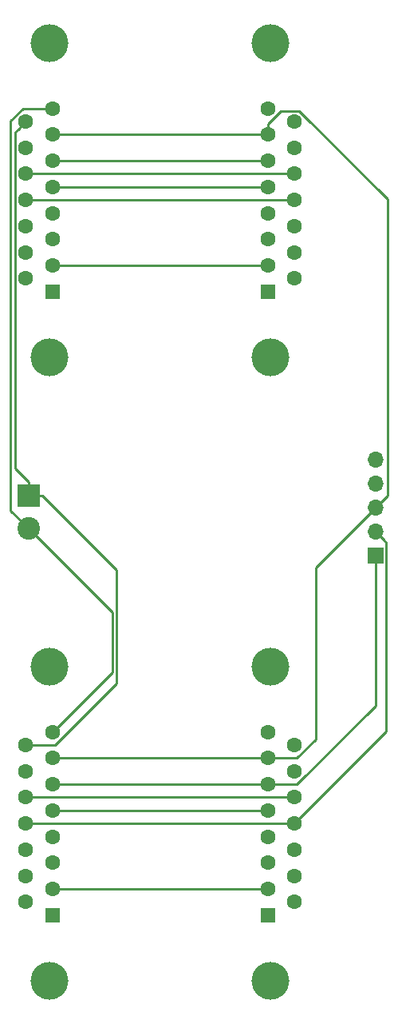
<source format=gtl>
G04 #@! TF.GenerationSoftware,KiCad,Pcbnew,(6.0.0-rc1-dev-392-gd9d005190)*
G04 #@! TF.CreationDate,2018-08-31T18:51:33-04:00*
G04 #@! TF.ProjectId,db15_HV,646231355F48562E6B696361645F7063,rev?*
G04 #@! TF.SameCoordinates,Original*
G04 #@! TF.FileFunction,Copper,L1,Top,Signal*
G04 #@! TF.FilePolarity,Positive*
%FSLAX46Y46*%
G04 Gerber Fmt 4.6, Leading zero omitted, Abs format (unit mm)*
G04 Created by KiCad (PCBNEW (6.0.0-rc1-dev-392-gd9d005190)) date 08/31/18 18:51:33*
%MOMM*%
%LPD*%
G01*
G04 APERTURE LIST*
G04 #@! TA.AperFunction,ComponentPad*
%ADD10O,1.700000X1.700000*%
G04 #@! TD*
G04 #@! TA.AperFunction,ComponentPad*
%ADD11R,1.700000X1.700000*%
G04 #@! TD*
G04 #@! TA.AperFunction,ComponentPad*
%ADD12C,4.000000*%
G04 #@! TD*
G04 #@! TA.AperFunction,ComponentPad*
%ADD13C,1.600000*%
G04 #@! TD*
G04 #@! TA.AperFunction,ComponentPad*
%ADD14R,1.600000X1.600000*%
G04 #@! TD*
G04 #@! TA.AperFunction,ComponentPad*
%ADD15C,2.400000*%
G04 #@! TD*
G04 #@! TA.AperFunction,ComponentPad*
%ADD16R,2.400000X2.400000*%
G04 #@! TD*
G04 #@! TA.AperFunction,Conductor*
%ADD17C,0.250000*%
G04 #@! TD*
G04 APERTURE END LIST*
D10*
G04 #@! TO.P,J3,5*
G04 #@! TO.N,/POLARITY_2*
X140970000Y-100330000D03*
G04 #@! TO.P,J3,4*
G04 #@! TO.N,/ENABLE_2*
X140970000Y-102870000D03*
G04 #@! TO.P,J3,3*
G04 #@! TO.N,/SIGNAL_GND_1*
X140970000Y-105410000D03*
G04 #@! TO.P,J3,2*
G04 #@! TO.N,/ENABLE_1*
X140970000Y-107950000D03*
D11*
G04 #@! TO.P,J3,1*
G04 #@! TO.N,/POLARITY_1*
X140970000Y-110490000D03*
G04 #@! TD*
D12*
G04 #@! TO.P,J2_IN1,0*
G04 #@! TO.N,N/C*
X129840000Y-56205000D03*
X129840000Y-89505000D03*
D13*
G04 #@! TO.P,J2_IN1,15*
G04 #@! TO.N,Net-(J2_IN1-Pad15)*
X132380000Y-64545000D03*
G04 #@! TO.P,J2_IN1,14*
G04 #@! TO.N,Net-(J2_IN1-Pad14)*
X132380000Y-67315000D03*
G04 #@! TO.P,J2_IN1,13*
G04 #@! TO.N,/CURRENT_2*
X132380000Y-70085000D03*
G04 #@! TO.P,J2_IN1,12*
G04 #@! TO.N,/ENABLE_2*
X132380000Y-72855000D03*
G04 #@! TO.P,J2_IN1,11*
G04 #@! TO.N,Net-(J2_IN1-Pad11)*
X132380000Y-75625000D03*
G04 #@! TO.P,J2_IN1,10*
G04 #@! TO.N,Net-(J2_IN1-Pad10)*
X132380000Y-78395000D03*
G04 #@! TO.P,J2_IN1,9*
G04 #@! TO.N,Net-(J2_IN1-Pad9)*
X132380000Y-81165000D03*
G04 #@! TO.P,J2_IN1,8*
G04 #@! TO.N,Net-(J2_IN1-Pad8)*
X129540000Y-63160000D03*
G04 #@! TO.P,J2_IN1,7*
G04 #@! TO.N,/SIGNAL_GND_1*
X129540000Y-65930000D03*
G04 #@! TO.P,J2_IN1,6*
G04 #@! TO.N,/POLARITY_2*
X129540000Y-68700000D03*
G04 #@! TO.P,J2_IN1,5*
G04 #@! TO.N,/VOLTAGE_2*
X129540000Y-71470000D03*
G04 #@! TO.P,J2_IN1,4*
G04 #@! TO.N,Net-(J2_IN1-Pad4)*
X129540000Y-74240000D03*
G04 #@! TO.P,J2_IN1,3*
G04 #@! TO.N,Net-(J2_IN1-Pad3)*
X129540000Y-77010000D03*
G04 #@! TO.P,J2_IN1,2*
G04 #@! TO.N,/PROGRAM_2*
X129540000Y-79780000D03*
D14*
G04 #@! TO.P,J2_IN1,1*
G04 #@! TO.N,Net-(J2_IN1-Pad1)*
X129540000Y-82550000D03*
G04 #@! TD*
D12*
G04 #@! TO.P,J2_OUT1,0*
G04 #@! TO.N,N/C*
X106380000Y-89505000D03*
X106380000Y-56205000D03*
D13*
G04 #@! TO.P,J2_OUT1,15*
G04 #@! TO.N,/POWER_24V*
X103840000Y-64545000D03*
G04 #@! TO.P,J2_OUT1,14*
G04 #@! TO.N,Net-(J2_OUT1-Pad14)*
X103840000Y-67315000D03*
G04 #@! TO.P,J2_OUT1,13*
G04 #@! TO.N,/CURRENT_2*
X103840000Y-70085000D03*
G04 #@! TO.P,J2_OUT1,12*
G04 #@! TO.N,/ENABLE_2*
X103840000Y-72855000D03*
G04 #@! TO.P,J2_OUT1,11*
G04 #@! TO.N,Net-(J2_OUT1-Pad11)*
X103840000Y-75625000D03*
G04 #@! TO.P,J2_OUT1,10*
G04 #@! TO.N,Net-(J2_OUT1-Pad10)*
X103840000Y-78395000D03*
G04 #@! TO.P,J2_OUT1,9*
G04 #@! TO.N,Net-(J2_OUT1-Pad9)*
X103840000Y-81165000D03*
G04 #@! TO.P,J2_OUT1,8*
G04 #@! TO.N,/POWER_GND*
X106680000Y-63160000D03*
G04 #@! TO.P,J2_OUT1,7*
G04 #@! TO.N,/SIGNAL_GND_1*
X106680000Y-65930000D03*
G04 #@! TO.P,J2_OUT1,6*
G04 #@! TO.N,/POLARITY_2*
X106680000Y-68700000D03*
G04 #@! TO.P,J2_OUT1,5*
G04 #@! TO.N,/VOLTAGE_2*
X106680000Y-71470000D03*
G04 #@! TO.P,J2_OUT1,4*
G04 #@! TO.N,Net-(J2_OUT1-Pad4)*
X106680000Y-74240000D03*
G04 #@! TO.P,J2_OUT1,3*
G04 #@! TO.N,Net-(J2_OUT1-Pad3)*
X106680000Y-77010000D03*
G04 #@! TO.P,J2_OUT1,2*
G04 #@! TO.N,/PROGRAM_2*
X106680000Y-79780000D03*
D14*
G04 #@! TO.P,J2_OUT1,1*
G04 #@! TO.N,Net-(J2_OUT1-Pad1)*
X106680000Y-82550000D03*
G04 #@! TD*
D12*
G04 #@! TO.P,J1_IN1,0*
G04 #@! TO.N,N/C*
X129840000Y-122245000D03*
X129840000Y-155545000D03*
D13*
G04 #@! TO.P,J1_IN1,15*
G04 #@! TO.N,Net-(J1_IN1-Pad15)*
X132380000Y-130585000D03*
G04 #@! TO.P,J1_IN1,14*
G04 #@! TO.N,Net-(J1_IN1-Pad14)*
X132380000Y-133355000D03*
G04 #@! TO.P,J1_IN1,13*
G04 #@! TO.N,/CURRENT_1*
X132380000Y-136125000D03*
G04 #@! TO.P,J1_IN1,12*
G04 #@! TO.N,/ENABLE_1*
X132380000Y-138895000D03*
G04 #@! TO.P,J1_IN1,11*
G04 #@! TO.N,Net-(J1_IN1-Pad11)*
X132380000Y-141665000D03*
G04 #@! TO.P,J1_IN1,10*
G04 #@! TO.N,Net-(J1_IN1-Pad10)*
X132380000Y-144435000D03*
G04 #@! TO.P,J1_IN1,9*
G04 #@! TO.N,Net-(J1_IN1-Pad9)*
X132380000Y-147205000D03*
G04 #@! TO.P,J1_IN1,8*
G04 #@! TO.N,Net-(J1_IN1-Pad8)*
X129540000Y-129200000D03*
G04 #@! TO.P,J1_IN1,7*
G04 #@! TO.N,/SIGNAL_GND_1*
X129540000Y-131970000D03*
G04 #@! TO.P,J1_IN1,6*
G04 #@! TO.N,/POLARITY_1*
X129540000Y-134740000D03*
G04 #@! TO.P,J1_IN1,5*
G04 #@! TO.N,/VOLTAGE_1*
X129540000Y-137510000D03*
G04 #@! TO.P,J1_IN1,4*
G04 #@! TO.N,Net-(J1_IN1-Pad4)*
X129540000Y-140280000D03*
G04 #@! TO.P,J1_IN1,3*
G04 #@! TO.N,Net-(J1_IN1-Pad3)*
X129540000Y-143050000D03*
G04 #@! TO.P,J1_IN1,2*
G04 #@! TO.N,/PROGRAM_1*
X129540000Y-145820000D03*
D14*
G04 #@! TO.P,J1_IN1,1*
G04 #@! TO.N,Net-(J1_IN1-Pad1)*
X129540000Y-148590000D03*
G04 #@! TD*
D12*
G04 #@! TO.P,J1_OUT1,0*
G04 #@! TO.N,N/C*
X106380000Y-155545000D03*
X106380000Y-122245000D03*
D13*
G04 #@! TO.P,J1_OUT1,15*
G04 #@! TO.N,/POWER_24V*
X103840000Y-130585000D03*
G04 #@! TO.P,J1_OUT1,14*
G04 #@! TO.N,Net-(J1_OUT1-Pad14)*
X103840000Y-133355000D03*
G04 #@! TO.P,J1_OUT1,13*
G04 #@! TO.N,/CURRENT_1*
X103840000Y-136125000D03*
G04 #@! TO.P,J1_OUT1,12*
G04 #@! TO.N,/ENABLE_1*
X103840000Y-138895000D03*
G04 #@! TO.P,J1_OUT1,11*
G04 #@! TO.N,Net-(J1_OUT1-Pad11)*
X103840000Y-141665000D03*
G04 #@! TO.P,J1_OUT1,10*
G04 #@! TO.N,Net-(J1_OUT1-Pad10)*
X103840000Y-144435000D03*
G04 #@! TO.P,J1_OUT1,9*
G04 #@! TO.N,Net-(J1_OUT1-Pad9)*
X103840000Y-147205000D03*
G04 #@! TO.P,J1_OUT1,8*
G04 #@! TO.N,/POWER_GND*
X106680000Y-129200000D03*
G04 #@! TO.P,J1_OUT1,7*
G04 #@! TO.N,/SIGNAL_GND_1*
X106680000Y-131970000D03*
G04 #@! TO.P,J1_OUT1,6*
G04 #@! TO.N,/POLARITY_1*
X106680000Y-134740000D03*
G04 #@! TO.P,J1_OUT1,5*
G04 #@! TO.N,/VOLTAGE_1*
X106680000Y-137510000D03*
G04 #@! TO.P,J1_OUT1,4*
G04 #@! TO.N,Net-(J1_OUT1-Pad4)*
X106680000Y-140280000D03*
G04 #@! TO.P,J1_OUT1,3*
G04 #@! TO.N,Net-(J1_OUT1-Pad3)*
X106680000Y-143050000D03*
G04 #@! TO.P,J1_OUT1,2*
G04 #@! TO.N,/PROGRAM_1*
X106680000Y-145820000D03*
D14*
G04 #@! TO.P,J1_OUT1,1*
G04 #@! TO.N,Net-(J1_OUT1-Pad1)*
X106680000Y-148590000D03*
G04 #@! TD*
D15*
G04 #@! TO.P,J2,2*
G04 #@! TO.N,/POWER_GND*
X104140000Y-107640000D03*
D16*
G04 #@! TO.P,J2,1*
G04 #@! TO.N,/POWER_24V*
X104140000Y-104140000D03*
G04 #@! TD*
D17*
G04 #@! TO.N,/POWER_GND*
X105339999Y-108839999D02*
X104140000Y-107640000D01*
X113030000Y-116530000D02*
X105339999Y-108839999D01*
X113030000Y-122850000D02*
X113030000Y-116530000D01*
X106680000Y-129200000D02*
X113030000Y-122850000D01*
X105548630Y-63160000D02*
X106680000Y-63160000D01*
X103559998Y-63160000D02*
X105548630Y-63160000D01*
X102264990Y-64455008D02*
X103559998Y-63160000D01*
X102264990Y-105764990D02*
X102264990Y-64455008D01*
X104140000Y-107640000D02*
X102264990Y-105764990D01*
G04 #@! TO.N,/POWER_24V*
X103040001Y-65344999D02*
X103840000Y-64545000D01*
X102714999Y-65670001D02*
X103040001Y-65344999D01*
X102714999Y-101264999D02*
X102714999Y-65670001D01*
X104140000Y-102690000D02*
X102714999Y-101264999D01*
X104140000Y-104140000D02*
X104140000Y-102690000D01*
X104971370Y-130585000D02*
X103840000Y-130585000D01*
X106960002Y-130585000D02*
X104971370Y-130585000D01*
X113480009Y-124064993D02*
X106960002Y-130585000D01*
X113480009Y-112030009D02*
X113480009Y-124064993D01*
X105590000Y-104140000D02*
X113480009Y-112030009D01*
X104140000Y-104140000D02*
X105590000Y-104140000D01*
G04 #@! TO.N,/CURRENT_1*
X132380000Y-136125000D02*
X103840000Y-136125000D01*
G04 #@! TO.N,/ENABLE_1*
X132380000Y-138895000D02*
X103840000Y-138895000D01*
X141819999Y-108799999D02*
X140970000Y-107950000D01*
X142145001Y-109125001D02*
X141819999Y-108799999D01*
X142145001Y-129129999D02*
X142145001Y-109125001D01*
X132380000Y-138895000D02*
X142145001Y-129129999D01*
G04 #@! TO.N,/SIGNAL_GND_1*
X129540000Y-131970000D02*
X106680000Y-131970000D01*
X129540000Y-65930000D02*
X106680000Y-65930000D01*
X132660002Y-131970000D02*
X134620000Y-130010002D01*
X129540000Y-131970000D02*
X132660002Y-131970000D01*
X134620000Y-111760000D02*
X140970000Y-105410000D01*
X134620000Y-130010002D02*
X134620000Y-111760000D01*
X129540000Y-64798630D02*
X129540000Y-65930000D01*
X130918631Y-63419999D02*
X129540000Y-64798630D01*
X132920001Y-63419999D02*
X130918631Y-63419999D01*
X142240000Y-72739998D02*
X132920001Y-63419999D01*
X142240000Y-104140000D02*
X142240000Y-72739998D01*
X140970000Y-105410000D02*
X142240000Y-104140000D01*
G04 #@! TO.N,/POLARITY_1*
X106680000Y-134740000D02*
X129540000Y-134740000D01*
X140970000Y-111590000D02*
X140970000Y-110490000D01*
X140970000Y-126430002D02*
X140970000Y-111590000D01*
X132660002Y-134740000D02*
X140970000Y-126430002D01*
X129540000Y-134740000D02*
X132660002Y-134740000D01*
G04 #@! TO.N,/VOLTAGE_1*
X106680000Y-137510000D02*
X129540000Y-137510000D01*
G04 #@! TO.N,/PROGRAM_1*
X106680000Y-145820000D02*
X129540000Y-145820000D01*
G04 #@! TO.N,/CURRENT_2*
X132380000Y-70085000D02*
X103840000Y-70085000D01*
G04 #@! TO.N,/ENABLE_2*
X132380000Y-72855000D02*
X103840000Y-72855000D01*
G04 #@! TO.N,/POLARITY_2*
X106680000Y-68700000D02*
X129540000Y-68700000D01*
G04 #@! TO.N,/VOLTAGE_2*
X106680000Y-71470000D02*
X129540000Y-71470000D01*
G04 #@! TO.N,/PROGRAM_2*
X107811370Y-79780000D02*
X129540000Y-79780000D01*
X106680000Y-79780000D02*
X107811370Y-79780000D01*
G04 #@! TD*
M02*

</source>
